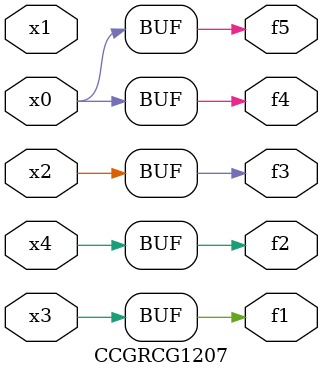
<source format=v>
module CCGRCG1207(
	input x0, x1, x2, x3, x4,
	output f1, f2, f3, f4, f5
);
	assign f1 = x3;
	assign f2 = x4;
	assign f3 = x2;
	assign f4 = x0;
	assign f5 = x0;
endmodule

</source>
